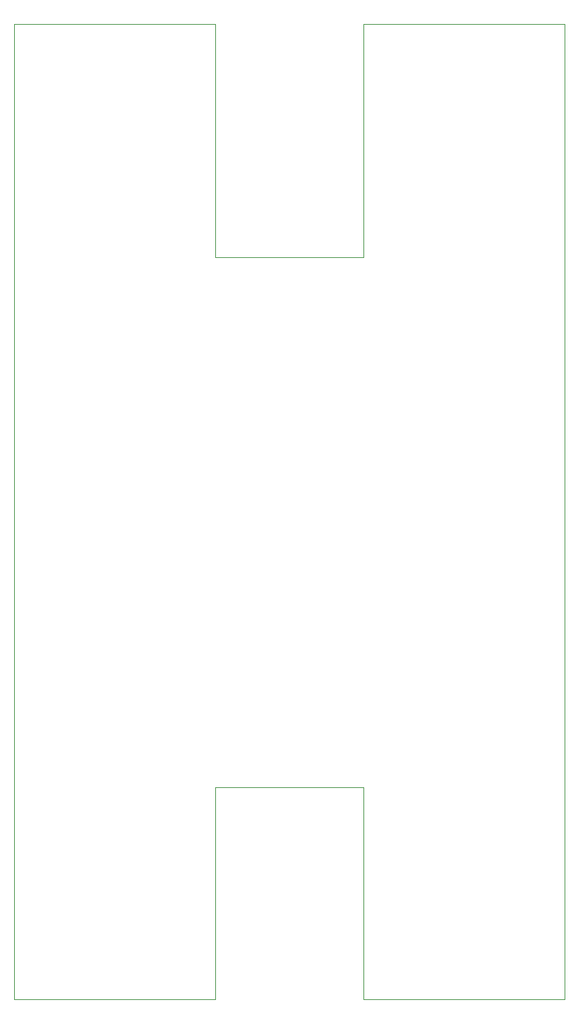
<source format=gbr>
%TF.GenerationSoftware,KiCad,Pcbnew,8.0.4*%
%TF.CreationDate,2024-11-18T10:24:53-08:00*%
%TF.ProjectId,Mother,4d6f7468-6572-42e6-9b69-6361645f7063,rev?*%
%TF.SameCoordinates,Original*%
%TF.FileFunction,Profile,NP*%
%FSLAX46Y46*%
G04 Gerber Fmt 4.6, Leading zero omitted, Abs format (unit mm)*
G04 Created by KiCad (PCBNEW 8.0.4) date 2024-11-18 10:24:53*
%MOMM*%
%LPD*%
G01*
G04 APERTURE LIST*
%TA.AperFunction,Profile*%
%ADD10C,0.050000*%
%TD*%
G04 APERTURE END LIST*
D10*
X116205000Y-78740000D02*
X133985000Y-78740000D01*
X133985000Y-50800000D01*
X158115000Y-50800000D01*
X158115000Y-167640000D01*
X133985000Y-167640000D01*
X133985000Y-142240000D01*
X116205000Y-142240000D01*
X116205000Y-167640000D01*
X92075000Y-167640000D01*
X92075000Y-50800000D01*
X116205000Y-50800000D01*
X116205000Y-78740000D01*
M02*

</source>
